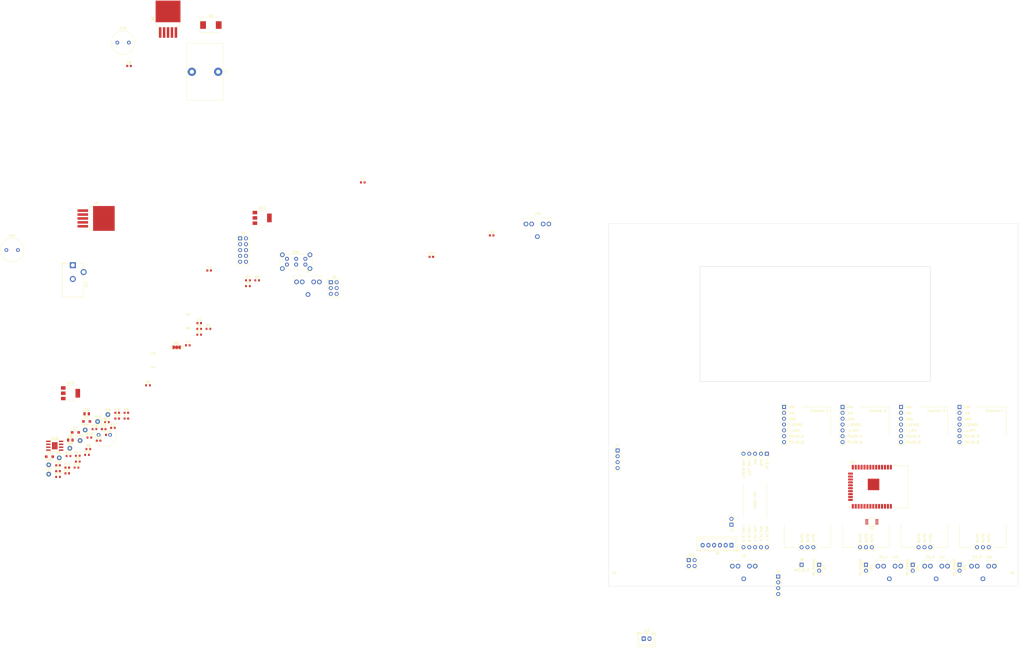
<source format=kicad_pcb>
(kicad_pcb (version 20211014) (generator pcbnew)
  (title_block (title "SW-3240") (date "2022-02-05") (rev "1") (company "saawsm"))
  (layers (0 "F.Cu" signal) (31 "B.Cu" signal) (34 "B.Paste" user) (35 "F.Paste" user) (36 "B.SilkS" user "B.Silkscreen") (37 "F.SilkS" user "F.Silkscreen") (38 "B.Mask" user) (39 "F.Mask" user) (44 "Edge.Cuts" user))
  (net 0 "")
  (net 1 "+3V3")
  (net 2 "GND")
  (net 3 "/EN")
  (net 4 "+12V")
  (net 5 "Net-(C10-Pad1)")
  (net 6 "Net-(C13-Pad1)")
  (net 7 "+5V")
  (net 8 "Net-(C13-Pad2)")
  (net 9 "Net-(C11-Pad2)")
  (net 10 "+9V")
  (net 11 "Net-(C14-Pad1)")
  (net 12 "/+3.3V_FP")
  (net 13 "/PSU/VIN")
  (net 14 "Net-(D6-Pad2)")
  (net 15 "Net-(C16-Pad1)")
  (net 16 "Net-(J3-PadR)")
  (net 17 "Net-(J3-PadT)")
  (net 18 "/TXD")
  (net 19 "/RXD")
  (net 20 "/IO0")
  (net 21 "/MTMS")
  (net 22 "/MTCK")
  (net 23 "/MTDO")
  (net 24 "/MTDI")
  (net 25 "/SCL")
  (net 26 "/SDA")
  (net 27 "/CH_PSU_EN")
  (net 28 "/VBAT_SENSE")
  (net 29 "/PSU/VBAT")
  (net 30 "Net-(J13-PadR)")
  (net 32 "Net-(J13-PadS)")
  (net 33 "Net-(J13-PadT)")
  (net 35 "Net-(J14-PadR)")
  (net 37 "Net-(J14-PadS)")
  (net 38 "Net-(J14-PadT)")
  (net 40 "Net-(J15-PadR)")
  (net 42 "Net-(J15-PadS)")
  (net 43 "Net-(J15-PadT)")
  (net 45 "Net-(JP1-Pad1)")
  (net 46 "Net-(JP1-Pad3)")
  (net 47 "Net-(JP2-Pad1)")
  (net 48 "Net-(JP3-Pad1)")
  (net 49 "Net-(JP4-Pad1)")
  (net 50 "Net-(JP5-Pad1)")
  (net 51 "/DAC_SCL")
  (net 52 "/DAC_SDA")
  (net 53 "Net-(D4-Pad1)")
  (net 54 "Net-(R9-Pad1)")
  (net 55 "Net-(R10-Pad2)")
  (net 56 "Net-(D5-Pad2)")
  (net 57 "/MIC")
  (net 58 "/LINE_LEFT")
  (net 59 "/LINE_RIGHT")
  (net 61 "/CHA_I_LIMIT")
  (net 62 "/CHB_I_LIMIT")
  (net 63 "/CHC_I_LIMIT")
  (net 64 "/CHD_I_LIMIT")
  (net 65 "/CHD_I_SENSE")
  (net 66 "/CHC_I_SENSE")
  (net 67 "/CHB_I_SENSE")
  (net 68 "/CHA_I_SENSE")
  (net 69 "/CHC_PULSE_B")
  (net 76 "/CHA_PULSE_B")
  (net 77 "/CHD_PULSE_B")
  (net 78 "/CHA_PULSE_A")
  (net 79 "/CHD_PULSE_A")
  (net 80 "/CHB_PULSE_B")
  (net 81 "/CHB_PULSE_A")
  (net 83 "/CHC_PULSE_A")
  (net 84 "Net-(D2-Pad1)")
  (net 85 "Net-(J1-Pad1)")
  (net 86 "Net-(J1-Pad2)")
  (net 87 "Net-(J2-Pad1)")
  (net 88 "Net-(J2-Pad2)")
  (net 89 "Net-(J2-Pad4)")
  (net 91 "Net-(J4-PadR)")
  (net 92 "Net-(J4-PadT)")
  (net 97 "Net-(J16-PadR)")
  (net 99 "Net-(J16-PadS)")
  (net 100 "Net-(J16-PadT)")
  (net 102 "Net-(R3-Pad2)")
  (net 103 "Net-(R12-Pad2)")
  (footprint "Package_TO_SOT_SMD:TO-263-5_TabPin3" (layer "F.Cu") (at -120.97 40.875)
    (fp_text reference "U9" (at 0 -6.65) (layer "F.SilkS"))
    (fp_text value "LM2941")
    (pad "1" smd rect (at -5.775 -3.4) (size 4.6 1.1) (layers "F.Cu" "F.Paste" "F.Mask") (net 55 "Net-(R10-Pad2)"))
    (pad "2" smd rect (at -5.775 -1.7) (size 4.6 1.1) (layers "F.Cu" "F.Paste" "F.Mask") (net 2 "GND"))
    (pad "3" smd rect (at -5.775 0) (size 4.6 1.1) (layers "F.Cu" "F.Paste" "F.Mask") (net 2 "GND"))
    (pad "3" smd rect (at 3.375 0) (size 9.4 10.8) (layers "F.Cu" "F.Mask") (net 2 "GND"))
    (pad "4" smd rect (at -5.775 1.7) (size 4.6 1.1) (layers "F.Cu" "F.Paste" "F.Mask") (net 5 "Net-(C10-Pad1)"))
    (pad "5" smd rect (at -5.775 3.4) (size 4.6 1.1) (layers "F.Cu" "F.Paste" "F.Mask") (net 11 "Net-(C14-Pad1)"))
  )
  (footprint "Package_SO:TI_SO-PowerPAD-8" (layer "F.Cu") (at -138.93 139.66)
    (fp_text reference "U10" (at 0 -3.3) (layer "F.SilkS"))
    (fp_text value "LMR14050")
    (pad "1" smd rect (at -2.78 -1.905) (size 1.91 0.61) (layers "F.Cu" "F.Paste" "F.Mask") (net 6 "Net-(C13-Pad1)"))
    (pad "2" smd rect (at -2.78 -0.635) (size 1.91 0.61) (layers "F.Cu" "F.Paste" "F.Mask") (net 4 "+12V"))
    (pad "3" smd rect (at -2.78 0.635) (size 1.91 0.61) (layers "F.Cu" "F.Paste" "F.Mask") (net 27 "/CH_PSU_EN"))
    (pad "4" smd rect (at -2.78 1.905) (size 1.91 0.61) (layers "F.Cu" "F.Paste" "F.Mask") (net 54 "Net-(R9-Pad1)"))
    (pad "5" smd rect (at 2.78 1.905) (size 1.91 0.61) (layers "F.Cu" "F.Paste" "F.Mask") (net 103 "Net-(R12-Pad2)"))
    (pad "6" smd rect (at 2.78 0.635) (size 1.91 0.61) (layers "F.Cu" "F.Paste" "F.Mask") (net 9 "Net-(C11-Pad2)"))
    (pad "7" smd rect (at 2.78 -0.635) (size 1.91 0.61) (layers "F.Cu" "F.Paste" "F.Mask") (net 2 "GND"))
    (pad "8" smd rect (at 2.78 -1.905) (size 1.91 0.61) (layers "F.Cu" "F.Paste" "F.Mask") (net 8 "Net-(C13-Pad2)"))
    (pad "9" smd rect (at -0.6025 -0.775) (size 1.205 1.55) (layers "F.Cu" "F.Paste" "F.Mask") (net 2 "GND"))
    (pad "9" smd rect (at 0.6025 0.775) (size 1.205 1.55) (layers "F.Cu" "F.Paste" "F.Mask") (net 2 "GND"))
    (pad "9" smd rect (at 0.6025 -0.775) (size 1.205 1.55) (layers "F.Cu" "F.Paste" "F.Mask") (net 2 "GND"))
    (pad "9" smd rect (at -0.6025 0.775) (size 1.205 1.55) (layers "F.Cu" "F.Paste" "F.Mask") (net 2 "GND"))
  )
  (footprint "Resistor_SMD:R_0603_1608Metric" (layer "F.Cu") (at -72.19 88.87)
    (fp_text reference "R1" (at 0 -1.43) (layer "F.SilkS"))
    (fp_text value "2.7K")
    (pad "1" smd roundrect (at -0.825 0) (size 0.8 0.95) (layers "F.Cu" "F.Paste" "F.Mask") (net 1 "+3V3"))
    (pad "2" smd roundrect (at 0.825 0) (size 0.8 0.95) (layers "F.Cu" "F.Paste" "F.Mask") (net 51 "/DAC_SCL"))
  )
  (footprint "Connector_PinHeader_2.54mm:PinHeader_2x01_P2.54mm_Vertical" (layer "F.Cu") (at 213.36 191.405 -90)
    (fp_text reference "JP3" (at 1.27 -2.33 90) (layer "F.SilkS"))
    (fp_text value "TRI_PHASE" (at 1.27 2.33 -90) (layer "F.SilkS"))
    (pad "1" thru_hole rect (at 0 0 270) (size 1.7 1.7) (drill 1) (layers *.Cu *.Mask) (net 48 "Net-(JP3-Pad1)"))
    (pad "2" thru_hole oval (at 2.54 0 270) (size 1.7 1.7) (drill 1) (layers *.Cu *.Mask) (net 35 "Net-(J14-PadR)"))
  )
  (footprint "SaawLib:SW-32MO_Socket" (layer "F.Cu") (at 187.96 153.305 -90)
    (fp_text reference "U4" hide)
    (fp_text value "Channel 1" (at -28.845 -5.08 unlocked) (layer "F.SilkS"))
    (fp_text user "I_LIMIT" (at -20.239434 5.572988 unlocked) (layer "F.SilkS"))
    (fp_text user "OUTM" (at 26.480566 -0.007012 -90 unlocked) (layer "F.SilkS"))
    (fp_text user "+9V" (at -30.405819 6.872084 unlocked) (layer "F.SilkS"))
    (fp_text user "GND" (at -25.239434 6.572988 unlocked) (layer "F.SilkS"))
    (fp_text user "OUTA" (at 26.480566 -2.507012 -90 unlocked) (layer "F.SilkS"))
    (fp_text user "I_SENSE" (at -22.739434 5.072988 unlocked) (layer "F.SilkS"))
    (fp_text user "PULSE_B" (at -15.195278 4.876722 unlocked) (layer "F.SilkS"))
    (fp_text user "PULSE_A" (at -17.779434 4.876722 unlocked) (layer "F.SilkS"))
    (fp_text user "VIN" (at -27.756241 6.806662 unlocked) (layer "F.SilkS"))
    (fp_text user "OUTB" (at 26.480566 2.492988 -90 unlocked) (layer "F.SilkS"))
    (pad "1" thru_hole rect (at -30.48 10.16) (size 1.7 1.7) (drill 1) (layers *.Cu *.Mask) (net 10 "+9V"))
    (pad "2" thru_hole oval (at -27.94 10.16) (size 1.7 1.7) (drill 1) (layers *.Cu *.Mask) (net 1 "+3V3"))
    (pad "3" thru_hole oval (at -25.4 10.16) (size 1.7 1.7) (drill 1) (layers *.Cu *.Mask) (net 2 "GND"))
    (pad "4" thru_hole oval (at -22.86 10.16) (size 1.7 1.7) (drill 1) (layers *.Cu *.Mask) (net 68 "/CHA_I_SENSE"))
    (pad "5" thru_hole oval (at -20.32 10.16) (size 1.7 1.7) (drill 1) (layers *.Cu *.Mask) (net 61 "/CHA_I_LIMIT"))
    (pad "6" thru_hole oval (at -17.78 10.16) (size 1.7 1.7) (drill 1) (layers *.Cu *.Mask) (net 78 "/CHA_PULSE_A"))
    (pad "7" thru_hole oval (at -15.24 10.16) (size 1.7 1.7) (drill 1) (layers *.Cu *.Mask) (net 76 "/CHA_PULSE_B"))
    (pad "8" thru_hole circle (at 30.48 -2.54 270) (size 1.7 1.7) (drill 1) (layers *.Cu *.Mask) (net 32 "Net-(J13-PadS)"))
    (pad "9" thru_hole oval (at 30.48 0 270) (size 1.7 1.7) (drill 1) (layers *.Cu *.Mask) (net 47 "Net-(JP2-Pad1)"))
    (pad "10" thru_hole oval (at 30.48 2.54 270) (size 1.7 1.7) (drill 1) (layers *.Cu *.Mask) (net 33 "Net-(J13-PadT)"))
  )
  (footprint "Capacitor_SMD:C_0603_1608Metric" (layer "F.Cu") (at -107.83 125.34)
    (fp_text reference "C6" (at 0 -1.43) (layer "F.SilkS"))
    (fp_text value "100nF")
    (pad "1" smd roundrect (at -0.775 0) (size 0.9 0.95) (layers "F.Cu" "F.Paste" "F.Mask") (net 1 "+3V3"))
    (pad "2" smd roundrect (at 0.775 0) (size 0.9 0.95) (layers "F.Cu" "F.Paste" "F.Mask") (net 2 "GND"))
  )
  (footprint "Package_SO:MSOP-10_3x3mm_P0.5mm" (layer "F.Cu") (at 215.9 172.72 180)
    (fp_text reference "U2" (at 0 -2.6) (layer "F.SilkS"))
    (fp_text value "MCP4728")
    (pad "1" smd rect (at -2.2 -1 180) (size 1.4 0.3) (layers "F.Cu" "F.Paste" "F.Mask") (net 1 "+3V3"))
    (pad "2" smd rect (at -2.2 -0.5 180) (size 1.4 0.3) (layers "F.Cu" "F.Paste" "F.Mask") (net 51 "/DAC_SCL"))
    (pad "3" smd rect (at -2.2 0 180) (size 1.4 0.3) (layers "F.Cu" "F.Paste" "F.Mask") (net 52 "/DAC_SDA"))
    (pad "4" smd rect (at -2.2 0.5 180) (size 1.4 0.3) (layers "F.Cu" "F.Paste" "F.Mask") (net 102 "Net-(R3-Pad2)"))
    (pad "5" smd rect (at -2.2 1 180) (size 1.4 0.3) (layers "F.Cu" "F.Paste" "F.Mask"))
    (pad "6" smd rect (at 2.2 1 180) (size 1.4 0.3) (layers "F.Cu" "F.Paste" "F.Mask") (net 61 "/CHA_I_LIMIT"))
    (pad "7" smd rect (at 2.2 0.5 180) (size 1.4 0.3) (layers "F.Cu" "F.Paste" "F.Mask") (net 62 "/CHB_I_LIMIT"))
    (pad "8" smd rect (at 2.2 0 180) (size 1.4 0.3) (layers "F.Cu" "F.Paste" "F.Mask") (net 63 "/CHC_I_LIMIT"))
    (pad "9" smd rect (at 2.2 -0.5 180) (size 1.4 0.3) (layers "F.Cu" "F.Paste" "F.Mask") (net 64 "/CHD_I_LIMIT"))
    (pad "10" smd rect (at 2.2 -1 180) (size 1.4 0.3) (layers "F.Cu" "F.Paste" "F.Mask") (net 2 "GND"))
  )
  (footprint "MountingHole:MountingHole_2.2mm_M2" (layer "F.Cu") (at -96.23 102.88)
    (fp_text reference "H3" (at 0 -3.2) (layer "F.SilkS"))
    (fp_text value "MountingHole")
    (pad "" np_thru_hole circle (at 0 0) (size 2.2 2.2) (drill 2.2) (layers *.Cu *.Mask))
  )
  (footprint "Capacitor_SMD:C_0603_1608Metric" (layer "F.Cu") (at -115.88 134.94)
    (fp_text reference "C19" (at 0 -1.43) (layer "F.SilkS"))
    (fp_text value "10uF")
    (pad "1" smd roundrect (at -0.775 0) (size 0.9 0.95) (layers "F.Cu" "F.Paste" "F.Mask") (net 1 "+3V3"))
    (pad "2" smd roundrect (at 0.775 0) (size 0.9 0.95) (layers "F.Cu" "F.Paste" "F.Mask") (net 2 "GND"))
  )
  (footprint "Capacitor_SMD:C_0603_1608Metric" (layer "F.Cu") (at -113.67 131.9)
    (fp_text reference "C5" (at 0 -1.43) (layer "F.SilkS"))
    (fp_text value "10uF")
    (pad "1" smd roundrect (at -0.775 0) (size 0.9 0.95) (layers "F.Cu" "F.Paste" "F.Mask") (net 1 "+3V3"))
    (pad "2" smd roundrect (at 0.775 0) (size 0.9 0.95) (layers "F.Cu" "F.Paste" "F.Mask") (net 2 "GND"))
  )
  (footprint "SaawLib:BarrelJack_CUI_PJ-102AH_Horizontal" (layer "F.Cu") (at -131.09 61.195)
    (fp_text reference "J11" (at 5.75 8.45 90) (layer "F.SilkS"))
    (fp_text value "PWR")
    (pad "1" thru_hole rect (at 0 0) (size 2.6 2.6) (drill 1.6) (layers *.Cu *.Mask) (net 13 "/PSU/VIN"))
    (pad "2" thru_hole circle (at 0 6) (size 2.6 2.6) (drill 1.6) (layers *.Cu *.Mask) (net 2 "GND"))
    (pad "3" thru_hole circle (at 4.7 3) (size 2.6 2.6) (drill 1.6) (layers *.Cu *.Mask))
  )
  (footprint "TestPoint:TestPoint_THTPad_D2.0mm_Drill1.0mm" (layer "F.Cu") (at -125.72 132.81)
    (fp_text reference "TP5" (at 0 -1.998) (layer "F.SilkS"))
    (fp_text value "13.5V")
    (pad "1" thru_hole circle (at 0 0) (size 2 2) (drill 1) (layers *.Cu *.Mask) (net 15 "Net-(C16-Pad1)"))
  )
  (footprint "Connector_PinHeader_2.54mm:PinHeader_2x01_P2.54mm_Vertical" (layer "F.Cu") (at 193.04 191.405 -90)
    (fp_text reference "JP2" (at 1.27 -2.33 90) (layer "F.SilkS"))
    (fp_text value "TRI_PHASE" (at 1.27 2.33 -90) (layer "F.SilkS"))
    (pad "1" thru_hole rect (at 0 0 270) (size 1.7 1.7) (drill 1) (layers *.Cu *.Mask) (net 47 "Net-(JP2-Pad1)"))
    (pad "2" thru_hole oval (at 2.54 0 270) (size 1.7 1.7) (drill 1) (layers *.Cu *.Mask) (net 30 "Net-(J13-PadR)"))
  )
  (footprint "Capacitor_SMD:C_0603_1608Metric" (layer "F.Cu") (at -106.68 -25.4)
    (fp_text reference "C8" (at 0 -1.43) (layer "F.SilkS"))
    (fp_text value "100uF")
    (pad "1" smd roundrect (at -0.775 0) (size 0.9 0.95) (layers "F.Cu" "F.Paste" "F.Mask") (net 4 "+12V"))
    (pad "2" smd roundrect (at 0.775 0) (size 0.9 0.95) (layers "F.Cu" "F.Paste" "F.Mask") (net 2 "GND"))
  )
  (footprint "Capacitor_SMD:C_0603_1608Metric" (layer "F.Cu") (at -81.15 96.01)
    (fp_text reference "C3" (at 0 -1.43) (layer "F.SilkS"))
    (fp_text value "100uF")
    (pad "1" smd roundrect (at -0.775 0) (size 0.9 0.95) (layers "F.Cu" "F.Paste" "F.Mask") (net 1 "+3V3"))
    (pad "2" smd roundrect (at 0.775 0) (size 0.9 0.95) (layers "F.Cu" "F.Paste" "F.Mask") (net 2 "GND"))
  )
  (footprint "Connector_PinHeader_2.54mm:PinHeader_2x05_P2.54mm_Vertical" (layer "F.Cu") (at -58.42 49.54)
    (fp_text reference "J6" (at 1.27 -2.33) (layer "F.SilkS"))
    (fp_text value "JTAG")
    (pad "1" thru_hole rect (at 0 0) (size 1.7 1.7) (drill 1) (layers *.Cu *.Mask) (net 1 "+3V3"))
    (pad "2" thru_hole oval (at 2.54 0) (size 1.7 1.7) (drill 1) (layers *.Cu *.Mask) (net 21 "/MTMS"))
    (pad "3" thru_hole oval (at 0 2.54) (size 1.7 1.7) (drill 1) (layers *.Cu *.Mask) (net 2 "GND"))
    (pad "4" thru_hole oval (at 2.54 2.54) (size 1.7 1.7) (drill 1) (layers *.Cu *.Mask) (net 22 "/MTCK"))
    (pad "5" thru_hole oval (at 0 5.08) (size 1.7 1.7) (drill 1) (layers *.Cu *.Mask))
    (pad "6" thru_hole oval (at 2.54 5.08) (size 1.7 1.7) (drill 1) (layers *.Cu *.Mask) (net 23 "/MTDO"))
    (pad "7" thru_hole oval (at 0 7.62) (size 1.7 1.7) (drill 1) (layers *.Cu *.Mask))
    (pad "8" thru_hole oval (at 2.54 7.62) (size 1.7 1.7) (drill 1) (layers *.Cu *.Mask) (net 24 "/MTDI"))
    (pad "9" thru_hole oval (at 0 10.16) (size 1.7 1.7) (drill 1) (layers *.Cu *.Mask))
    (pad "10" thru_hole oval (at 2.54 10.16) (size 1.7 1.7) (drill 1) (layers *.Cu *.Mask))
  )
  (footprint "Capacitor_SMD:C_0603_1608Metric" (layer "F.Cu") (at -119.89 137.45)
    (fp_text reference "C20" (at 0 -1.43) (layer "F.SilkS"))
    (fp_text value "10uF")
    (pad "1" smd roundrect (at -0.775 0) (size 0.9 0.95) (layers "F.Cu" "F.Paste" "F.Mask") (net 12 "/+3.3V_FP"))
    (pad "2" smd roundrect (at 0.775 0) (size 0.9 0.95) (layers "F.Cu" "F.Paste" "F.Mask") (net 2 "GND"))
  )
  (footprint "Connector_JST:JST_XH_B6B-XH-A_1x06_P2.50mm_Vertical" (layer "F.Cu") (at 154.94 182.88 180)
    (fp_text reference "J9" (at 6.25 -3.55 180) (layer "F.SilkS"))
    (fp_text value "FP_IO")
    (pad "1" thru_hole roundrect (at 0 0 180) (size 1.7 1.95) (drill 0.95) (layers *.Cu *.Mask) (roundrect_rratio 0.147059) (net 2 "GND"))
    (pad "2" thru_hole oval (at 2.5 0 180) (size 1.7 1.95) (drill 0.95) (layers *.Cu *.Mask) (net 12 "/+3.3V_FP"))
    (pad "3" thru_hole oval (at 5 0 180) (size 1.7 1.95) (drill 0.95) (layers *.Cu *.Mask) (net 25 "/SCL"))
    (pad "4" thru_hole oval (at 7.5 0 180) (size 1.7 1.95) (drill 0.95) (layers *.Cu *.Mask) (net 26 "/SDA"))
    (pad "5" thru_hole oval (at 10 0 180) (size 1.7 1.95) (drill 0.95) (layers *.Cu *.Mask) (net 27 "/CH_PSU_EN"))
    (pad "6" thru_hole oval (at 12.5 0 180) (size 1.7 1.95) (drill 0.95) (layers *.Cu *.Mask) (net 28 "/VBAT_SENSE"))
  )
  (footprint "Resistor_SMD:R_0603_1608Metric" (layer "F.Cu") (at -124.93 143.62)
    (fp_text reference "R10" (at 0 -1.43) (layer "F.SilkS"))
    (fp_text value "10K")
    (pad "1" smd roundrect (at -0.825 0) (size 0.8 0.95) (layers "F.Cu" "F.Paste" "F.Mask") (net 11 "Net-(C14-Pad1)"))
    (pad "2" smd roundrect (at 0.825 0) (size 0.8 0.95) (layers "F.Cu" "F.Paste" "F.Mask") (net 55 "Net-(R10-Pad2)"))
  )
  (footprint "TestPoint:TestPoint_THTPad_D2.0mm_Drill1.0mm" (layer "F.Cu") (at -120.32 129.15)
    (fp_text reference "TP3" (at 0 -1.998) (layer "F.SilkS"))
    (fp_text value "14V")
    (pad "1" thru_hole circle (at 0 0) (size 2 2) (drill 1) (layers *.Cu *.Mask) (net 11 "Net-(C14-Pad1)"))
  )
  (footprint "TestPoint:TestPoint_THTPad_D2.0mm_Drill1.0mm" (layer "F.Cu") (at -132.38 140.75)
    (fp_text reference "TP8" (at 0 -1.998) (layer "F.SilkS"))
    (fp_text value "3.3V_ALT")
    (pad "1" thru_hole circle (at 0 0) (size 2 2) (drill 1) (layers *.Cu *.Mask) (net 12 "/+3.3V_FP"))
  )
  (footprint "Capacitor_SMD:C_0603_1608Metric" (layer "F.Cu") (at -76.2 86.36)
    (fp_text reference "C1" (at 0 -1.43) (layer "F.SilkS"))
    (fp_text value "10uF")
    (pad "1" smd roundrect (at -0.775 0) (size 0.9 0.95) (layers "F.Cu" "F.Paste" "F.Mask") (net 1 "+3V3"))
    (pad "2" smd roundrect (at 0.775 0) (size 0.9 0.95) (layers "F.Cu" "F.Paste" "F.Mask") (net 2 "GND"))
  )
  (footprint "TestPoint:TestPoint_THTPad_D2.0mm_Drill1.0mm" (layer "F.Cu") (at -141.54 147.95)
    (fp_text reference "TP4" (at 0 -1.998) (layer "F.SilkS"))
    (fp_text value "9V")
    (pad "1" thru_hole circle (at 0 0) (size 2 2) (drill 1) (layers *.Cu *.Mask) (net 10 "+9V"))
  )
  (footprint "Resistor_SMD:R_0603_1608Metric" (layer "F.Cu") (at -128.94 146.54)
    (fp_text reference "R9" (at 0 -1.43) (layer "F.SilkS"))
    (fp_text value "84.5K")
    (pad "1" smd roundrect (at -0.825 0) (size 0.8 0.95) (layers "F.Cu" "F.Paste" "F.Mask") (net 54 "Net-(R9-Pad1)"))
    (pad "2" smd roundrect (at 0.825 0) (size 0.8 0.95) (layers "F.Cu" "F.Paste" "F.Mask") (net 2 "GND"))
  )
  (footprint "Capacitor_SMD:C_0603_1608Metric" (layer "F.Cu") (at -111.84 127.85)
    (fp_text reference "C18" (at 0 -1.43) (layer "F.SilkS"))
    (fp_text value "10uF")
    (pad "1" smd roundrect (at -0.775 0) (size 0.9 0.95) (layers "F.Cu" "F.Paste" "F.Mask") (net 7 "+5V"))
    (pad "2" smd roundrect (at 0.775 0) (size 0.9 0.95) (layers "F.Cu" "F.Paste" "F.Mask") (net 2 "GND"))
  )
  (footprint "Capacitor_SMD:C_0603_1608Metric" (layer "F.Cu") (at 24.61 57.57)
    (fp_text reference "C22" (at 0 -1.43) (layer "F.SilkS"))
    (fp_text value "100nF")
    (pad "1" smd roundrect (at -0.775 0) (size 0.9 0.95) (layers "F.Cu" "F.Paste" "F.Mask") (net 12 "/+3.3V_FP"))
    (pad "2" smd roundrect (at 0.775 0) (size 0.9 0.95) (layers "F.Cu" "F.Paste" "F.Mask") (net 2 "GND"))
  )
  (footprint "Package_TO_SOT_SMD:SOT-223-3_TabPin2" (layer "F.Cu") (at -132.08 116.84)
    (fp_text reference "U12" (at 0 -4.5) (layer "F.SilkS"))
    (fp_text value "NCP1117-3.3")
    (pad "1" smd rect (at -3.15 -2.3) (size 2 1.5) (layers "F.Cu" "F.Paste" "F.Mask") (net 2 "GND"))
    (pad "2" smd rect (at 3.15 0) (size 2 3.8) (layers "F.Cu" "F.Paste" "F.Mask") (net 12 "/+3.3V_FP"))
    (pad "2" smd rect (at -3.15 0) (size 2 1.5) (layers "F.Cu" "F.Paste" "F.Mask") (net 12 "/+3.3V_FP"))
    (pad "3" smd rect (at -3.15 2.3) (size 2 1.5) (layers "F.Cu" "F.Paste" "F.Mask") (net 7 "+5V"))
  )
  (footprint "Resistor_SMD:R_0603_1608Metric" (layer "F.Cu") (at -137.51 153.21)
    (fp_text reference "R13" (at 0 -1.43) (layer "F.SilkS"))
    (fp_text value "9K")
    (pad "1" smd roundrect (at -0.825 0) (size 0.8 0.95) (layers "F.Cu" "F.Paste" "F.Mask") (net 103 "Net-(R12-Pad2)"))
    (pad "2" smd roundrect (at 0.825 0) (size 0.8 0.95) (layers "F.Cu" "F.Paste" "F.Mask") (net 2 "GND"))
  )
  (footprint "Connector_PinHeader_2.54mm:PinHeader_2x01_P2.54mm_Vertical" (layer "F.Cu") (at 233.68 191.405 -90)
    (fp_text reference "JP4" (at 1.27 -2.33 90) (layer "F.SilkS"))
    (fp_text value "TRI_PHASE" (at 1.27 2.33 90) (layer "F.SilkS"))
    (pad "1" thru_hole rect (at 0 0 270) (size 1.7 1.7) (drill 1) (layers *.Cu *.Mask) (net 49 "Net-(JP4-Pad1)"))
    (pad "2" thru_hole oval (at 2.54 0 270) (size 1.7 1.7) (drill 1) (layers *.Cu *.Mask) (net 40 "Net-(J15-PadR)"))
  )
  (footprint "TestPoint:TestPoint_THTPad_D2.0mm_Drill1.0mm" (layer "F.Cu") (at -115.87 126.11)
    (fp_text reference "TP6" (at 0 -1.998) (layer "F.SilkS"))
    (fp_text value "12V")
    (pad "1" thru_hole circle (at 0 0) (size 2 2) (drill 1) (layers *.Cu *.Mask) (net 4 "+12V"))
  )
  (footprint "Diode_SMD:D_SOD-123F" (layer "F.Cu") (at -129.95 133.855)
    (fp_text reference "D7" (at -0.127 -1.905) (layer "F.SilkS"))
    (fp_text value "1N4004")
    (pad "1" smd rect (at -1.4 0) (size 1.1 1.1) (layers "F.Cu" "F.Paste" "F.Mask") (net 15 "Net-(C16-Pad1)"))
    (pad "2" smd rect (at 1.4 0) (size 1.1 1.1) (layers "F.Cu" "F.Paste" "F.Mask") (net 2 "GND"))
  )
  (footprint "Resistor_SMD:R_0603_1608Metric" (layer "F.Cu") (at -132.95 144.14)
    (fp_text reference "R11" (at 0 -1.43) (layer "F.SilkS"))
    (fp_text value "1K")
    (pad "1" smd roundrect (at -0.825 0) (size 0.8 0.95) (layers "F.Cu" "F.Paste" "F.Mask") (net 55 "Net-(R10-Pad2)"))
    (pad "2" smd roundrect (at 0.825 0) (size 0.8 0.95) (layers "F.Cu" "F.Paste" "F.Mask") (net 2 "GND"))
  )
  (footprint "MountingHole:MountingHole_2.2mm_M2" (layer "F.Cu") (at -81.18 91.78)
    (fp_text reference "H6" (at 0 -3.2) (layer "F.SilkS"))
    (fp_text value "MountingHole")
    (pad "" np_thru_hole circle (at 0 0) (size 2.2 2.2) (drill 2.2) (layers *.Cu *.Mask))
  )
  (footprint "LED_SMD:LED_0805_2012Metric" (layer "F.Cu") (at -125.065 125.76)
    (fp_text reference "D5" (at 0 -1.65) (layer "F.SilkS"))
    (fp_text value "RED")
    (pad "1" smd roundrect (at -0.9375 0) (size 0.975 1.4) (layers "F.Cu" "F.Paste" "F.Mask") (net 2 "GND"))
    (pad "2" smd roundrect (at 0.9375 0) (size 0.975 1.4) (layers "F.Cu" "F.Paste" "F.Mask") (net 56 "Net-(D5-Pad2)"))
  )
  (footprint "Capacitor_SMD:C_0603_1608Metric" (layer "F.Cu") (at 50.8 48.26)
    (fp_text reference "C21" (at 0 -1.43) (layer "F.SilkS"))
    (fp_text value "100nF")
    (pad "1" smd roundrect (at -0.775 0) (size 0.9 0.95) (layers "F.Cu" "F.Paste" "F.Mask") (net 1 "+3V3"))
    (pad "2" smd roundrect (at 0.775 0) (size 0.9 0.95) (layers "F.Cu" "F.Paste" "F.Mask") (net 2 "GND"))
  )
  (footprint "Capacitor_THT:C_Radial_D10.0mm_H20.0mm_P5.00mm" (layer "F.Cu") (at -119.89 134.94)
    (fp_text reference "C16" (at 2.5 -6.25) (layer "F.SilkS"))
    (fp_text value "1000uF")
    (pad "1" thru_hole circle (at 0 0) (size 1.6 1.6) (drill 0.8) (layers *.Cu *.Mask) (net 15 "Net-(C16-Pad1)"))
    (pad "2" thru_hole circle (at 5 0) (size 1.6 1.6) (drill 0.8) (layers *.Cu *.Mask) (net 2 "GND"))
  )
  (footprint "SaawLib:STX-3100-5N" (layer "F.Cu") (at 70.67 47.78)
    (fp_text reference "J16" (at 0 -9 unlocked) (layer "F.SilkS"))
    (fp_text value "CH_4")
    (pad "R" thru_hole circle (at -4.95 -4.5) (size 2 2) (drill 1.2) (layers *.Cu *.Mask) (net 97 "Net-(J16-PadR)"))
    (pad "RN" thru_hole circle (at 2.49 -4.5) (size 2 2) (drill 1.2) (layers *.Cu *.Mask))
    (pad "S" thru_hole circle (at 0 1) (size 2 2) (drill 1.2) (layers *.Cu *.Mask) (net 99 "Net-(J16-PadS)"))
    (pad "T" thru_hole circle (at 4.95 -4.5) (size 2 2) (drill 1.2) (layers *.Cu *.Mask) (net 100 "Net-(J16-PadT)"))
    (pad "TN" thru_hole circle (at -2.49 -4.5) (size 2 2) (drill 1.2) (layers *.Cu *.Mask))
  )
  (footprint "Capacitor_SMD:C_0603_1608Metric" (layer "F.Cu") (at -133.5 151.67)
    (fp_text reference "C13" (at 0 -1.43) (layer "F.SilkS"))
    (fp_text value "100nF")
    (pad "1" smd roundrect (at -0.775 0) (size 0.9 0.95) (layers "F.Cu" "F.Paste" "F.Mask") (net 6 "Net-(C13-Pad1)"))
    (pad "2" smd roundrect (at 0.775 0) (size 0.9 0.95) (layers "F.Cu" "F.Paste" "F.Mask") (net 8 "Net-(C13-Pad2)"))
  )
  (footprint "Diode_SMD:D_SOD-123F" (layer "F.Cu") (at -125.065 129.11)
    (fp_text reference "D1" (at -0.127 -1.905) (layer "F.SilkS"))
    (fp_text value "1N4004")
    (pad "1" smd rect (at -1.4 0) (size 1.1 1.1) (layers "F.Cu" "F.Paste" "F.Mask") (net 5 "Net-(C10-Pad1)"))
    (pad "2" smd rect (at 1.4 0) (size 1.1 1.1) (layers "F.Cu" "F.Paste" "F.Mask") (net 13 "/PSU/VIN"))
  )
  (footprint "SaawLib:STX-3100-5N" (layer "F.Cu") (at 243.84 196.485)
    (fp_text reference "J14" (at 2.54 -8.525 unlocked) (layer "F.SilkS"))
    (fp_text value "CH_2" (at -2.54 -8.525 unlocked) (layer "F.SilkS"))
    (pad "R" thru_hole circle (at -4.95 -4.5) (size 2 2) (drill 1.2) (layers *.Cu *.Mask) (net 35 "Net-(J14-PadR)"))
    (pad "RN" thru_hole circle (at 2.49 -4.5) (size 2 2) (drill 1.2) (layers *.Cu *.Mask))
    (pad "S" thru_hole circle (at 0 1) (size 2 2) (drill 1.2) (layers *.Cu *.Mask) (net 37 "Net-(J14-PadS)"))
    (pad "T" thru_hole circle (at 4.95 -4.5) (size 2 2) (drill 1.2) (layers *.Cu *.Mask) (net 38 "Net-(J14-PadT)"))
    (pad "TN" thru_hole circle (at -2.49 -4.5) (size 2 2) (drill 1.2) (layers *.Cu *.Mask))
  )
  (footprint "Capacitor_SMD:C_0603_1608Metric" (layer "F.Cu") (at -107.83 127.85)
    (fp_text reference "C7" (at 0 -1.43) (layer "F.SilkS"))
    (fp_text value "10uF")
    (pad "1" smd roundrect (at -0.775 0) (size 0.9 0.95) (layers "F.Cu" "F.Paste" "F.Mask") (net 4 "+12V"))
    (pad "2" smd roundrect (at 0.775 0) (size 0.9 0.95) (layers "F.Cu" "F.Paste" "F.Mask") (net 2 "GND"))
  )
  (footprint "Connector_PinHeader_2.54mm:PinHeader_1x01_P2.54mm_Vertical" (layer "F.Cu") (at 185.42 191.405)
    (fp_text reference "J8" (at 0 -2.33) (layer "F.SilkS"))
    (fp_text value "MIC_IN_R" (at 0 2.33) (layer "F.SilkS"))
    (pad "1" thru_hole rect (at 0 0) (size 1.7 1.7) (drill 1) (layers *.Cu *.Mask) (net 16 "Net-(J3-PadR)"))
  )
  (footprint "TestPoint:TestPoint_THTPad_D2.0mm_Drill1.0mm" (layer "F.Cu") (at -136.98 144.91)
    (fp_text reference "TP1" (at 0 -1.998) (layer "F.SilkS"))
    (fp_text value "EN")
    (pad "1" thru_hole circle (at 0 0) (size 2 2) (drill 1) (layers *.Cu *.Mask) (net 27 "/CH_PSU_EN"))
  )
  (footprint "Resistor_SMD:R_0603_1608Metric" (layer "F.Cu") (at -76.2 91.38)
    (fp_text reference "R3" (at 0 -1.43) (layer "F.SilkS"))
    (fp_text value "10K")
    (pad "1" smd roundrect (at -0.825 0) (size 0.8 0.95) (layers "F.Cu" "F.Paste" "F.Mask") (net 2 "GND"))
    (pad "2" smd roundrect (at 0.825 0) (size 0.8 0.95) (layers "F.Cu" "F.Paste" "F.Mask") (net 102 "Net-(R3-Pad2)"))
  )
  (footprint "TestPoint:TestPoint_THTPad_D2.0mm_Drill1.0mm" (layer "F.Cu") (at -141.54 152)
    (fp_text reference "TP7" (at 0 -1.998) (layer "F.SilkS"))
    (fp_text value "3.3V")
    (pad "1" thru_hole circle (at 0 0) (size 2 2) (drill 1) (layers *.Cu *.Mask) (net 1 "+3V3"))
  )
  (footprint "Resistor_SMD:R_0603_1608Metric" (layer "F.Cu") (at -76.2 88.87)
    (fp_text reference "R6" (at 0 -1.43) (layer "F.SilkS"))
    (fp_text value "2.7K")
    (pad "1" smd roundrect (at -0.825 0) (size 0.8 0.95) (layers "F.Cu" "F.Paste" "F.Mask") (net 46 "Net-(JP1-Pad3)"))
    (pad "2" smd roundrect (at 0.825 0) (size 0.8 0.95) (layers "F.Cu" "F.Paste" "F.Mask") (net 25 "/SCL"))
  )
  (footprint "Connector_PinHeader_2.54mm:PinHeader_1x02_P2.54mm_Vertical" (layer "F.Cu") (at 154.94 173.98 180)
    (fp_text reference "J1" (at 0 -2.33 180) (layer "F.SilkS"))
    (fp_text value "AUX_MIC_IN")
    (pad "1" thru_hole rect (at 0 0 180) (size 1.7 1.7) (drill 1) (layers *.Cu *.Mask) (net 85 "Net-(J1-Pad1)"))
    (pad "2" thru_hole oval (at 0 2.54 180) (size 1.7 1.7) (drill 1) (layers *.Cu *.Mask) (net 86 "Net-(J1-Pad2)"))
  )
  (footprint "SaawLib:SW-32MA_Socket" (layer "F.Cu") (at 165.23 163.465 -90)
    (fp_text reference "U1" hide)
    (fp_text value "SW-32MA" (at 0 0.13 -90 unlocked) (layer "F.SilkS"))
    (fp_text user "MIC_IN_T" (at 14.391168 -5.123435 -90 unlocked) (layer "F.SilkS"))
    (fp_text user "MIC" (at -16.69244 -0.016899 -90 unlocked) (layer "F.SilkS"))
    (fp_text user "LINE_IN_T" (at 14.391168 -0.043435 -90 unlocked) (layer "F.SilkS"))
    (fp_text user "GND" (at -16.478155 -2.556899 -90 unlocked) (layer "F.SilkS"))
    (fp_text user "MIC_IN_S" (at 14.391168 -2.583435 -90 unlocked) (layer "F.SilkS"))
    (fp_text user "LINE_IN_S" (at 14.391168 5.036565 -90 unlocked) (layer "F.SilkS"))
    (fp_text user "+3.3V" (at -15.763869 -5.096899 -90 unlocked) (layer "F.SilkS"))
    (fp_text user "LINE_LEFT" (at -14.239972 2.492603 -90 unlocked) (layer "F.SilkS"))
    (fp_text user "LINE_RIGHT" (at -13.859107 5.063101 -90 unlocked) (layer "F.SilkS"))
    (fp_text user "LINE_IN_R" (at 14.391168 2.496565 -90 unlocked) (layer "F.SilkS"))
    (pad "1" thru_hole rect (at -20.32 -5.08 270) (size 1.7 1.7) (drill 1) (layers *.Cu *.Mask) (net 1 "+3V3"))
    (pad "2" thru_hole oval (at -20.32 -2.54 270) (size 1.7 1.7) (drill 1) (layers *.Cu *.Mask) (net 2 "GND"))
    (pad "3" thru_hole oval (at -20.32 0 270) (size 1.7 1.7) (drill 1) (layers *.Cu *.Mask) (net 57 "/MIC"))
    (pad "4" thru_hole oval (at -20.32 2.54 270) (size 1.7 1.7) (drill 1) (layers *.Cu *.Mask) (net 58 "/LINE_LEFT"))
    (pad "5" thru_hole oval (at -20.32 5.08 270) (size 1.7 1.7) (drill 1) (layers *.Cu *.Mask) (net 59 "/LINE_RIGHT"))
    (pad "6" thru_hole circle (at 20.32 -5.08 270) (size 1.7 1.7) (drill 1) (layers *.Cu *.Mask) (net 17 "Net-(J3-PadT)"))
    (pad "7" thru_hole oval (at 20.32 -2.54 270) (size 1.7 1.7) (drill 1) (layers *.Cu *.Mask) (net 85 "Net-(J1-Pad1)"))
    (pad "8" thru_hole oval (at 20.32 0 270) (size 1.7 1.7) (drill 1) (layers *.Cu *.Mask) (net 92 "Net-(J4-PadT)"))
    (pad "9" thru_hole oval (at 20.32 2.54 270) (size 1.7 1.7) (drill 1) (layers *.Cu *.Mask) (net 91 "Net-(J4-PadR)"))
    (pad "10" thru_hole oval (at 20.32 5.08 270) (size 1.7 1.7) (drill 1) (layers *.Cu *.Mask) (net 88 "Net-(J2-Pad2)"))
  )
  (footprint "Connector_JST:JST_XH_B2B-XH-A_1x02_P2.50mm_Vertical" (layer "F.Cu") (at 116.84 223.52)
    (fp_text reference "J12" (at 1.25 -3.55) (layer "F.SilkS"))
    (fp_text value "BAT")
    (pad "1" thru_hole roundrect (at 0 0) (size 1.7 2) (drill 1) (layers *.Cu *.Mask) (roundrect_rratio 0.147059) (net 29 "/PSU/VBAT"))
    (pad "2" thru_hole oval (at 2.5 0) (size 1.7 2) (drill 1) (layers *.Cu *.Mask) (net 2 "GND"))
  )
  (footprint "Resistor_SMD:R_0603_1608Metric" (layer "F.Cu") (at -51.02 67.77)
    (fp_text reference "R2" (at 0 -1.43) (layer "F.SilkS"))
    (fp_text value "2.7K")
    (pad "1" smd roundrect (at -0.825 0) (size 0.8 0.95) (layers "F.Cu" "F.Paste" "F.Mask") (net 1 "+3V3"))
    (pad "2" smd roundrect (at 0.825 0) (size 0.8 0.95) (layers "F.Cu" "F.Paste" "F.Mask") (net 52 "/DAC_SDA"))
  )
  (footprint "MountingHole:MountingHole_2.2mm_M2" (layer "F.Cu") (at 104.14 198.12)
    (fp_text reference "H1" (at 0 -3.2) (layer "F.SilkS"))
    (fp_text value "MountingHole")
    (pad "" np_thru_hole circle (at 0 0) (size 2.2 2.2) (drill 2.2) (layers *.Cu *.Mask))
  )
  (footprint "MountingHole:MountingHole_2.2mm_M2" (layer "F.Cu") (at -96.23 108.83)
    (fp_text reference "H4" (at 0 -3.2) (layer "F.SilkS"))
    (fp_text value "MountingHole")
    (pad "" np_thru_hole circle (at 0 0) (size 2.2 2.2) (drill 2.2) (layers *.Cu *.Mask))
  )
  (footprint "Connector_PinHeader_2.54mm:PinHeader_2x02_P2.54mm_Vertical" (layer "F.Cu") (at 136.41 189.38)
    (fp_text reference "J10" (at 1.27 -2.33) (layer "F.SilkS"))
    (fp_text value "RESET/FLASH")
    (pad "1" thru_hole rect (at 0 0) (size 1.7 1.7) (drill 1) (layers *.Cu *.Mask) (net 2 "GND"))
    (pad "2" thru_hole oval (at 2.54 0) (size 1.7 1.7) (drill 1) (layers *.Cu *.Mask) (net 3 "/EN"))
    (pad "3" thru_hole oval (at 0 2.54) (size 1.7 1.7) (drill 1) (layers *.Cu *.Mask) (net 2 "GND"))
    (pad "4" thru_hole oval (at 2.54 2.54) (size 1.7 1.7) (drill 1) (layers *.Cu *.Mask) (net 20 "/IO0"))
  )
  (footprint "Resistor_SMD:R_0603_1608Metric" (layer "F.Cu") (at -55.03 67.77)
    (fp_text reference "R7" (at 0 -1.43) (layer "F.SilkS"))
    (fp_text value "2.7K")
    (pad "1" smd roundrect (at -0.825 0) (size 0.8 0.95) (layers "F.Cu" "F.Paste" "F.Mask") (net 45 "Net-(JP1-Pad1)"))
    (pad "2" smd roundrect (at 0.825 0) (size 0.8 0.95) (layers "F.Cu" "F.Paste" "F.Mask") (net 26 "/SDA"))
  )
  (footprint "SaawLib:STX-3100-5N" (layer "F.Cu") (at 264.16 196.485)
    (fp_text reference "J15" (at 2.54 -8.525 unlocked) (layer "F.SilkS"))
    (fp_text value "CH_3" (at -2.54 -8.525 unlocked) (layer "F.SilkS"))
    (pad "R" thru_hole circle (at -4.95 -4.5) (size 2 2) (drill 1.2) (layers *.Cu *.Mask) (net 40 "Net-(J15-PadR)"))
    (pad "RN" thru_hole circle (at 2.49 -4.5) (size 2 2) (drill 1.2) (layers *.Cu *.Mask))
    (pad "S" thru_hole circle (at 0 1) (size 2 2) (drill 1.2) (layers *.Cu *.Mask) (net 42 "Net-(J15-PadS)"))
    (pad "T" thru_hole circle (at 4.95 -4.5) (size 2 2) (drill 1.2) (layers *.Cu *.Mask) (net 43 "Net-(J15-PadT)"))
    (pad "TN" thru_hole circle (at -2.49 -4.5) (size 2 2) (drill 1.2) (layers *.Cu *.Mask))
  )
  (footprint "Resistor_SMD:R_0603_1608Metric" (layer "F.Cu") (at -55.05 70.28)
    (fp_text reference "R4" (at 0 -1.43) (layer "F.SilkS"))
    (fp_text value "10k")
    (pad "1" smd roundrect (at -0.825 0) (size 0.8 0.95) (layers "F.Cu" "F.Paste" "F.Mask") (net 20 "/IO0"))
    (pad "2" smd roundrect (at 0.825 0) (size 0.8 0.95) (layers "F.Cu" "F.Paste" "F.Mask") (net 1 "+3V3"))
  )
  (footprint "SaawLib:STX-3100-5N" (layer "F.Cu") (at 160.28 196.485)
    (fp_text reference "J3" (at 0 -9 unlocked) (layer "F.SilkS"))
    (fp_text value "MIC")
    (pad "R" thru_hole circle (at -4.95 -4.5) (size 2 2) (drill 1.2) (layers *.Cu *.Mask) (net 16 "Net-(J3-PadR)"))
    (pad "RN" thru_hole circle (at 2.49 -4.5) (size 2 2) (drill 1.2) (layers *.Cu *.Mask))
    (pad "S" thru_hole circle (at 0 1) (size 2 2) (drill 1.2) (layers *.Cu *.Mask) (net 85 "Net-(J1-Pad1)"))
    (pad "T" thru_hole circle (at 4.95 -4.5) (size 2 2) (drill 1.2) (layers *.Cu *.Mask) (net 17 "Net-(J3-PadT)"))
    (pad "TN" thru_hole circle (at -2.49 -4.5) (size 2 2) (drill 1.2) (layers *.Cu *.Mask) (net 86 "Net-(J1-Pad2)"))
  )
  (footprint "SaawLib:SW-32MO_Socket" (layer "F.Cu") (at 238.76 153.305 -90)
    (fp_text reference "U6" hide)
    (fp_text value "Channel 3" (at -28.845 -5.08 unlocked) (layer "F.SilkS"))
    (fp_text user "GND" (at -25.239434 6.572988 unlocked) (layer "F.SilkS"))
    (fp_text user "PULSE_B" (at -15.195278 4.876722 unlocked) (layer "F.SilkS"))
    (fp_text user "I_SENSE" (at -22.739434 5.072988 unlocked) (layer "F.SilkS"))
    (fp_text user "PULSE_A" (at -17.779434 4.876722 unlocked) (layer "F.SilkS"))
    (fp_text user "OUTA" (at 26.480566 -2.507012 -90 unlocked) (layer "F.SilkS"))
    (fp_text user "OUTM" (at 26.480566 -0.007012 -90 unlocked) (layer "F.SilkS"))
    (fp_text user "+9V" (at -30.405819 6.872084 unlocked) (layer "F.SilkS"))
    (fp_text user "OUTB" (at 26.480566 2.492988 -90 unlocked) (layer "F.SilkS"))
    (fp_text user "I_LIMIT" (at -20.239434 5.572988 unlocked) (layer "F.SilkS"))
    (fp_text user "VIN" (at -27.756241 6.806662 unlocked) (layer "F.SilkS"))
    (pad "1" thru_hole rect (at -30.48 10.16) (size 1.7 1.7) (drill 1) (layers *.Cu *.Mask) (net 10 "+9V"))
    (pad "2" thru_hole oval (at -27.94 10.16) (size 1.7 1.7) (drill 1) (layers *.Cu *.Mask) (net 1 "+3V3"))
    (pad "3" thru_hole oval (at -25.4 10.16) (size 1.7 1.7) (drill 1) (layers *.Cu *.Mask) (net 2 "GND"))
    (pad "4" thru_hole oval (at -22.86 10.16) (size 1.7 1.7) (drill 1) (layers *.Cu *.Mask) (net 66 "/CHC_I_SENSE"))
    (pad "5" thru_hole oval (at -20.32 10.16) (size 1.7 1.7) (drill 1) (layers *.Cu *.Mask) (net 63 "/CHC_I_LIMIT"))
    (pad "6" thru_hole oval (at -17.78 10.16) (size 1.7 1.7) (drill 1) (layers *.Cu *.Mask) (net 83 "/CHC_PULSE_A"))
    (pad "7" thru_hole oval (at -15.24 10.16) (size 1.7 1.7) (drill 1) (layers *.Cu *.Mask) (net 69 "/CHC_PULSE_B"))
    (pad "8" thru_hole circle (at 30.48 -2.54 270) (size 1.7 1.7) (drill 1) (layers *.Cu *.Mask) (net 42 "Net-(J15-PadS)"))
    (pad "9" thru_hole oval (at 30.48 0 270) (size 1.7 1.7) (drill 1) (layers *.Cu *.Mask) (net 49 "Net-(JP4-Pad1)"))
    (pad "10" thru_hole oval (at 30.48 2.54 270) (size 1.7 1.7) (drill 1) (layers *.Cu *.Mask) (net 43 "Net-(J15-PadT)"))
  )
  (footprint "SaawLib:SolderJumper-3_P1.3mm_Bridged123_Pad1.0x1.5mm_NumberLabels" (layer "F.Cu") (at -85.98 96.88)
    (fp_text reference "JP1" (at 0 -1.8) (layer "F.SilkS"))
    (fp_text value "SolderJumper_3_Bridged123")
    (fp_text user "3" (at 2.6 0) (layer "F.SilkS"))
    (fp_text user "1" (at -2.6 0) (layer "F.SilkS"))
    (fp_poly (pts (xy 0.353071 -0.3) (xy 0.853071 -0.3) (xy 0.853071 0.3) (xy 0.353071 0.3)) (layer "F.Cu") (width 0) (fill solid))
    (fp_poly (pts (xy -0.9 -0.3) (xy -0.4 -0.3) (xy -0.4 0.3) (xy -0.9 0.3)) (layer "F.Cu") (width 0) (fill solid))
    (pad "1" smd rect (at -1.3 0) (size 1 1.5) (layers "F.Cu" "F.Mask") (net 45 "Net-(JP1-Pad1)"))
    (pad "2" smd rect (at 0 0) (size 1 1.5) (layers "F.Cu" "F.Mask") (net 1 "+3V3"))
    (pad "3" smd rect (at 1.3 0) (size 1 1.5) (layers "F.Cu" "F.Mask") (net 46 "Net-(JP1-Pad3)"))
  )
  (footprint "Resistor_SMD:R_0603_1608Metric" (layer "F.Cu") (at -123.9 136.09)
    (fp_text reference "R15" (at 0 -1.43) (layer "F.SilkS"))
    (fp_text value "470")
    (pad "1" smd roundrect (at -0.825 0) (size 0.8 0.95) (layers "F.Cu" "F.Paste" "F.Mask") (net 14 "Net-(D6-Pad2)"))
    (pad "2" smd roundrect (at 0.825 0) (size 0.8 0.95) (layers "F.Cu" "F.Paste" "F.Mask") (net 1 "+3V3"))
  )
  (footprint "Capacitor_THT:C_Radial_D10.0mm_H20.0mm_P5.00mm" (layer "F.Cu") (at -159.935302 54.62)
    (fp_text reference "C14" (at 2.5 -6.25) (layer "F.SilkS"))
    (fp_text value "1000uF")
    (pad "1" thru_hole circle (at 0 0) (size 1.6 1.6) (drill 0.8) (layers *.Cu *.Mask) (net 11 "Net-(C14-Pad1)"))
    (pad "2" thru_hole circle (at 5 0) (size 1.6 1.6) (drill 0.8) (layers *.Cu *.Mask) (net 2 "GND"))
  )
  (footprint "TestPoint:TestPoint_THTPad_D2.0mm_Drill1.0mm" (layer "F.Cu") (at -127.93 137.4)
    (fp_text reference "TP2" (at 0 -1.998) (layer "F.SilkS"))
    (fp_text value "5V")
    (pad "1" thru_hole circle (at 0 0) (size 2 2) (drill 1) (layers *.Cu *.Mask) (net 7 "+5V"))
  )
  (footprint "Diode_SMD:D_SMC" (layer "F.Cu") (at -71.12 -43.18)
    (fp_text reference "D2" (at 0 -4.1) (layer "F.SilkS"))
    (fp_text value "SS34")
    (pad "1" smd rect (at -3.4 0 90) (size 3.3 2.5) (layers "F.Cu" "F.Paste" "F.Mask") (net 84 "Net-(D2-Pad1)"))
    (pad "2" smd rect (at 3.4 0 90) (size 3.3 2.5) (layers "F.Cu" "F.Paste" "F.Mask") (net 2 "GND"))
  )
  (footprint "SaawLib:STX-3100-5N" (layer "F.Cu") (at -28.97 72.95)
    (fp_text reference "J4" (at 0 -9 unlocked) (layer "F.SilkS"))
    (fp_text value "LINE IN")
    (pad "R" thru_hole circle (at -4.95 -4.5) (size 2 2) (drill 1.2) (layers *.Cu *.Mask) (net 91 "Net-(J4-PadR)"))
    (pad "RN" thru_hole circle (at 2.49 -4.5) (size 2 2) (drill 1.2) (layers *.Cu *.Mask) (net 89 "Net-(J2-Pad4)"))
    (pad "S" thru_hole circle (at 0 1) (size 2 2) (drill 1.2) (layers *.Cu *.Mask) (net 88 "Net-(J2-Pad2)"))
    (pad "T" thru_hole circle (at 4.95 -4.5) (size 2 2) (drill 1.2) (layers *.Cu *.Mask) (net 92 "Net-(J4-PadT)"))
    (pad "TN" thru_hole circle (at -2.49 -4.5) (size 2 2) (drill 1.2) (layers *.Cu *.Mask) (net 87 "Net-(J2-Pad1)"))
  )
  (footprint "Connector_PinHeader_2.54mm:PinHeader_2x03_P2.54mm_Vertical" (layer "F.Cu") (at -19.055 68.585)
    (fp_text reference "J5" (at 1.27 -2.33) (layer "F.SilkS"))
    (fp_text value "ESPFlash")
    (pad "1" thru_hole rect (at 0 0) (size 1.7 1.7) (drill 1) (layers *.Cu *.Mask) (net 3 "/EN"))
    (pad "2" thru_hole oval (at 2.54 0) (size 1.7 1.7) (drill 1) (layers *.Cu *.Mask) (net 1 "+3V3"))
    (pad "3" thru_hole oval (at 0 2.54) (size 1.7 1.7) (drill 1) (layers *.Cu *.Mask) (net 18 "/TXD"))
    (pad "4" thru_hole oval (at 2.54 2.54) (size 1.7 1.7) (drill 1) (layers *.Cu *.Mask) (net 2 "GND"))
    (pad "5" thru_hole oval (at 0 5.08) (size 1.7 1.7) (drill 1) (layers *.Cu *.Mask) (net 19 "/RXD"))
    (pad "6" thru_hole oval (at 2.54 5.08) (size 1.7 1.7) (drill 1) (layers *.Cu *.Mask) (net 20 "/IO0"))
  )
  (footprint "Package_TO_SOT_SMD:TO-263-5_TabPin3" (layer "F.Cu") (at -89.735 -45.72 90)
    (fp_text reference "U8" (at 0 -6.65 90) (layer "F.SilkS"))
    (fp_text value "LM2576-5")
    (pad "1" smd rect (at -5.775 -3.4 90) (size 4.6 1.1) (layers "F.Cu" "F.Paste" "F.Mask") (net 4 "+12V"))
    (pad "2" smd rect (at -5.775 -1.7 90) (size 4.6 1.1) (layers "F.Cu" "F.Paste" "F.Mask") (net 84 "Net-(D2-Pad1)"))
    (pad "3" smd rect (at -5.775 0 90) (size 4.6 1.1) (layers "F.Cu" "F.Paste" "F.Mask") (net 2 "GND"))
    (pad "3" smd rect (at 3.375 0 90) (size 9.4 10.8) (layers "F.Cu" "F.Mask") (net 2 "GND"))
    (pad "4" smd rect (at -5.775 1.7 90) (size 4.6 1.1) (layers "F.Cu" "F.Paste" "F.Mask") (net 7 "+5V"))
    (pad "5" smd rect (at -5.775 3.4 90) (size 4.6 1.1) (layers "F.Cu" "F.Paste" "F.Mask") (net 2 "GND"))
  )
  (footprint "Capacitor_SMD:C_0603_1608Metric" (layer "F.Cu") (at -5.16 25.22)
    (fp_text reference "C4" (at 0 -1.43) (layer "F.SilkS"))
    (fp_text value "1uF")
    (pad "1" smd roundrect (at -0.775 0) (size 0.9 0.95) (layers "F.Cu" "F.Paste" "F.Mask") (net 3 "/EN"))
    (pad "2" smd roundrect (at 0.775 0) (size 0.9 0.95) (layers "F.Cu" "F.Paste" "F.Mask") (net 2 "GND"))
  )
  (footprint "Resistor_SMD:R_0603_1608Metric" (layer "F.Cu") (at -98.44 113.41)
    (fp_text reference "R5" (at 0 -1.43) (layer "F.SilkS"))
    (fp_text value "10k")
    (pad "1" smd roundrect (at -0.825 0) (size 0.8 0.95) (layers "F.Cu" "F.Paste" "F.Mask") (net 3 "/EN"))
    (pad "2" smd roundrect (at 0.825 0) (size 0.8 0.95) (layers "F.Cu" "F.Paste" "F.Mask") (net 1 "+3V3"))
  )
  (footprint "Capacitor_THT:C_Radial_D10.0mm_H20.0mm_P5.00mm" (layer "F.Cu") (at -111.76 -35.56)
    (fp_text reference "C12" (at 2.5 -6.25) (layer "F.SilkS"))
    (fp_text value "1000uF")
    (pad "1" thru_hole circle (at 0 0) (size 1.6 1.6) (drill 0.8) (layers *.Cu *.Mask) (net 7 "+5V"))
    (pad "2" thru_hole circle (at 5 0) (size 1.6 1.6) (drill 0.8) (layers *.Cu *.Mask) (net 2 "GND"))
  )
  (footprint "Connector_PinHeader_2.54mm:PinHeader_1x04_P2.54mm_Vertical" (layer "F.Cu") (at 105.51 141.715)
    (fp_text reference "J7" (at 0 -2.33) (layer "F.SilkS"))
    (fp_text value "I2C")
    (pad "1" thru_hole rect (at 0 0) (size 1.7 1.7) (drill 1) (layers *.Cu *.Mask) (net 2 "GND"))
    (pad "2" thru_hole oval (at 0 2.54) (size 1.7 1.7) (drill 1) (layers *.Cu *.Mask) (net 1 "+3V3"))
    (pad "3" thru_hole oval (at 0 5.08) (size 1.7 1.7) (drill 1) (layers *.Cu *.Mask) (net 25 "/SCL"))
    (pad "4" thru_hole oval (at 0 7.62) (size 1.7 1.7) (drill 1) (layers *.Cu *.Mask) (net 26 "/SDA"))
  )
  (footprint "Diode_SMD:D_SOD-123F" (layer "F.Cu") (at -141.21 144.405)
    (fp_text reference "D4" (at -0.127 -1.905) (layer "F.SilkS"))
    (fp_text value "1N4004")
    (pad "1" smd rect (at -1.4 0) (size 1.1 1.1) (layers "F.Cu" "F.Paste" "F.Mask") (net 53 "Net-(D4-Pad1)"))
    (pad "2" smd rect (at 1.4 0) (size 1.1 1.1) (layers "F.Cu" "F.Paste" "F.Mask") (net 11 "Net-(C14-Pad1)"))
  )
  (footprint "Connector_PinHeader_2.54mm:PinHeader_1x04_P2.54mm_Vertical" (layer "F.Cu") (at 175.26 196.485)
    (fp_text reference "J2" (at 0 -2.33) (layer "F.SilkS"))
    (fp_text value "AUX_LINE_IN")
    (pad "1" thru_hole rect (at 0 0) (size 1.7 1.7) (drill 1) (layers *.Cu *.Mask) (net 87 "Net-(J2-Pad1)"))
    (pad "2" thru_hole oval (at 0 2.54) (size 1.7 1.7) (drill 1) (layers *.Cu *.Mask) (net 88 "Net-(J2-Pad2)"))
    (pad "3" thru_hole oval (at 0 5.08) (size 1.7 1.7) (drill 1) (layers *.Cu *.Mask) (net 88 "Net-(J2-Pad2)"))
    (pad "4" thru_hole oval (at 0 7.62) (size 1.7 1.7) (drill 1) (layers *.Cu *.Mask) (net 89 "Net-(J2-Pad4)"))
  )
  (footprint "Package_TO_SOT_SMD:SOT-223-3_TabPin2" (layer "F.Cu") (at -48.87 40.64)
    (fp_text reference "U11" (at 0 -4.5) (layer "F.SilkS"))
    (fp_text value "NCP1117-3.3")
    (pad "1" smd rect (at -3.15 -2.3) (size 2 1.5) (layers "F.Cu" "F.Paste" "F.Mask") (net 2 "GND"))
    (pad "2" smd rect (at -3.15 0) (size 2 1.5) (layers "F.Cu" "F.Paste" "F.Mask") (net 1 "+3V3"))
    (pad "2" smd rect (at 3.15 0) (size 2 3.8) (layers "F.Cu" "F.Paste" "F.Mask") (net 1 "+3V3"))
    (pad "3" smd rect (at -3.15 2.3) (size 2 1.5) (layers "F.Cu" "F.Paste" "F.Mask") (net 7 "+5V"))
  )
  (footprint "SaawLib:SW-32MO_Socket" (layer "F.Cu") (at 213.36 153.305 -90)
    (fp_text reference "U5" hide)
    (fp_text value "Channel 2" (at -28.845 -5.08 unlocked) (layer "F.SilkS"))
    (fp_text user "PULSE_A" (at -17.779434 4.876722 unlocked) (layer "F.SilkS"))
    (fp_text user "I_SENSE" (at -22.739434 5.072988 unlocked) (layer "F.SilkS"))
    (fp_text user "I_LIMIT" (at -20.239434 5.572988 unlocked) (layer "F.SilkS"))
    (fp_text user "OUTA" (at 26.480566 -2.507012 -90 unlocked) (layer "F.SilkS"))
    (fp_text user "GND" (at -25.239434 6.572988 unlocked) (layer "F.SilkS"))
    (fp_text user "PULSE_B" (at -15.195278 4.876722 unlocked) (layer "F.SilkS"))
    (fp_text user "+9V" (at -30.405819 6.872084 unlocked) (layer "F.SilkS"))
    (fp_text user "VIN" (at -27.756241 6.806662 unlocked) (layer "F.SilkS"))
    (fp_text user "OUTM" (at 26.480566 -0.007012 -90 unlocked) (layer "F.SilkS"))
    (fp_text user "OUTB" (at 26.480566 2.492988 -90 unlocked) (layer "F.SilkS"))
    (pad "1" thru_hole rect (at -30.48 10.16) (size 1.7 1.7) (drill 1) (layers *.Cu *.Mask) (net 10 "+9V"))
    (pad "2" thru_hole oval (at -27.94 10.16) (size 1.7 1.7) (drill 1) (layers *.Cu *.Mask) (net 1 "+3V3"))
    (pad "3" thru_hole oval (at -25.4 10.16) (size 1.7 1.7) (drill 1) (layers *.Cu *.Mask) (net 2 "GND"))
    (pad "4" thru_hole oval (at -22.86 10.16) (size 1.7 1.7) (drill 1) (layers *.Cu *.Mask) (net 67 "/CHB_I_SENSE"))
    (pad "5" thru_hole oval (at -20.32 10.16) (size 1.7 1.7) (drill 1) (layers *.Cu *.Mask) (net 62 "/CHB_I_LIMIT"))
    (pad "6" thru_hole oval (at -17.78 10.16) (size 1.7 1.7) (drill 1) (layers *.Cu *.Mask) (net 81 "/CHB_PULSE_A"))
    (pad "7" thru_hole oval (at -15.24 10.16) (size 1.7 1.7) (drill 1) (layers *.Cu *.Mask) (net 80 "/CHB_PULSE_B"))
    (pad "8" thru_hole circle (at 30.48 -2.54 270) (size 1.7 1.7) (drill 1) (layers *.Cu *.Mask) (net 37 "Net-(J14-PadS)"))
    (pad "9" thru_hole oval (at 30.48 0 270) (size 1.7 1.7) (drill 1) (layers *.Cu *.Mask) (net 48 "Net-(JP3-Pad1)"))
    (pad "10" thru_hole oval (at 30.48 2.54 270) (size 1.7 1.7) (drill 1) (layers *.Cu *.Mask) (net 38 "Net-(J14-PadT)"))
  )
  (footprint "MountingHole:MountingHole_2.2mm_M2" (layer "F.Cu") (at 276.86 198.12)
    (fp_text reference "H5" (at 0 -3.2) (layer "F.SilkS"))
    (fp_text value "MountingHole")
    (pad "" np_thru_hole circle (at 0 0) (size 2.2 2.2) (drill 2.2) (layers *.Cu *.Mask))
  )
  (footprint "Resistor_SMD:R_0603_1608Metric" (layer "F.Cu") (at -128.94 144.03)
    (fp_text reference "R17" (at 0 -1.43) (layer "F.SilkS"))
    (fp_text value "2.7K")
    (pad "1" smd roundrect (at -0.825 0) (size 0.8 0.95) (layers "F.Cu" "F.Paste" "F.Mask") (net 28 "/VBAT_SENSE"))
    (pad "2" smd roundrect (at 0.825 0) (size 0.8 0.95) (layers "F.Cu" "F.Paste" "F.Mask") (net 2 "GND"))
  )
  (footprint "MountingHole:MountingHole_2.2mm_M2" (layer "F.Cu") (at -81.18 85.83)
    (fp_text reference "H2" (at 0 -3.2) (layer "F.SilkS"))
    (fp_text value "MountingHole")
    (pad "" np_thru_hole circle (at 0 0) (size 2.2 2.2) (drill 2.2) (layers *.Cu *.Mask))
  )
  (footprint "Capacitor_SMD:C_0603_1608Metric" (layer "F.Cu") (at -117.68 132.43)
    (fp_text reference "C10" (at 0 -1.43) (layer "F.SilkS"))
    (fp_text value "470nF")
    (pad "1" smd roundrect (at -0.775 0) (size 0.9 0.95) (layers "F.Cu" "F.Paste" "F.Mask") (net 5 "Net-(C10-Pad1)"))
    (pad "2" smd roundrect (at 0.775 0) (size 0.9 0.95) (layers "F.Cu" "F.Paste" "F.Mask") (net 2 "GND"))
  )
  (footprint "Capacitor_SMD:C_0603_1608Metric" (layer "F.Cu") (at -137.51 150.7)
    (fp_text reference "C17" (at 0 -1.43) (layer "F.SilkS"))
    (fp_text value "10uF")
    (pad "1" smd roundrect (at -0.775 0) (size 0.9 0.95) (layers "F.Cu" "F.Paste" "F.Mask") (net 7 "+5V"))
    (pad "2" smd roundrect (at 0.775 0) (size 0.9 0.95) (layers "F.Cu" "F.Paste" "F.Mask") (net 2 "GND"))
  )
  (footprint "Inductor_THT:L_Toroid_Vertical_L24.6mm_W15.5mm_P11.44mm_Pulse_KM-4" (layer "F.Cu") (at -67.945 -22.86 -90)
    (fp_text reference "L1" (at 0 -3.28 90) (layer "F.SilkS"))
    (fp_text value "100uH")
    (pad "1" thru_hole circle (at 0 0 270) (size 3.6 3.6) (drill 1.8) (layers *.Cu *.Mask) (net 84 "Net-(D2-Pad1)"))
    (pad "2" thru_hole circle (at 0 11.44 270) (size 3.6 3.6) (drill 1.8) (layers *.Cu *.Mask) (net 7 "+5V"))
  )
  (footprint "Capacitor_SMD:C_0603_1608Metric" (layer "F.Cu") (at -137.51 148.19)
    (fp_text reference "C15" (at 0 -1.43) (layer "F.SilkS"))
    (fp_text value "10uF")
    (pad "1" smd roundrect (at -0.775 0) (size 0.9 0.95) (layers "F.Cu" "F.Paste" "F.Mask") (net 7 "+5V"))
    (pad "2" smd roundrect (at 0.775 0) (size 0.9 0.95) (layers "F.Cu" "F.Paste" "F.Mask") (net 2 "GND"))
  )
  (footprint "Resistor_SMD:R_0603_1608Metric" (layer "F.Cu") (at -121.69 132.43)
    (fp_text reference "R16" (at 0 -1.43) (layer "F.SilkS"))
    (fp_text value "10K")
    (pad "1" smd roundrect (at -0.825 0) (size 0.8 0.95) (layers "F.Cu" "F.Paste" "F.Mask") (net 4 "+12V"))
    (pad "2" smd roundrect (at 0.825 0) (size 0.8 0.95) (layers "F.Cu" "F.Paste" "F.Mask") (net 28 "/VBAT_SENSE"))
  )
  (footprint "SaawLib:SW-32MO_Socket" (layer "F.Cu") (at 264.16 153.305 -90)
    (fp_text reference "U7" hide)
    (fp_text value "Channel 4" (at -28.845 -5.08 unlocked) (layer "F.SilkS"))
    (fp_text user "VIN" (at -27.756241 6.806662 unlocked) (layer "F.SilkS"))
    (fp_text user "I_SENSE" (at -22.739434 5.072988 unlocked) (layer "F.SilkS"))
    (fp_text user "OUTM" (at 26.480566 -0.007012 -90 unlocked) (layer "F.SilkS"))
    (fp_text user "PULSE_A" (at -17.779434 4.876722 unlocked) (layer "F.SilkS"))
    (fp_text user "GND" (at -25.239434 6.572988 unlocked) (layer "F.SilkS"))
    (fp_text user "OUTA" (at 26.480566 -2.507012 -90 unlocked) (layer "F.SilkS"))
    (fp_text user "PULSE_B" (at -15.195278 4.876722 unlocked) (layer "F.SilkS"))
    (fp_text user "I_LIMIT" (at -20.239434 5.572988 unlocked) (layer "F.SilkS"))
    (fp_text user "OUTB" (at 26.480566 2.492988 -90 unlocked) (layer "F.SilkS"))
    (fp_text user "+9V" (at -30.405819 6.872084 unlocked) (layer "F.SilkS"))
    (pad "1" thru_hole rect (at -30.48 10.16) (size 1.7 1.7) (drill 1) (layers *.Cu *.Mask) (net 10 "+9V"))
    (pad "2" thru_hole oval (at -27.94 10.16) (size 1.7 1.7) (drill 1) (layers *.Cu *.Mask) (net 1 "+3V3"))
    (pad "3" thru_hole oval (at -25.4 10.16) (size 1.7 1.7) (drill 1) (layers *.Cu *.Mask) (net 2 "GND"))
    (pad "4" thru_hole oval (at -22.86 10.16) (size 1.7 1.7) (drill 1) (layers *.Cu *.Mask) (net 65 "/CHD_I_SENSE"))
    (pad "5" thru_hole oval (at -20.32 10.16) (size 1.7 1.7) (drill 1) (layers *.Cu *.Mask) (net 64 "/CHD_I_LIMIT"))
    (pad "6" thru_hole oval (at -17.78 10.16) (size 1.7 1.7) (drill 1) (layers *.Cu *.Mask) (net 79 "/CHD_PULSE_A"))
    (pad "7" thru_hole oval (at -15.24 10.16) (size 1.7 1.7) (drill 1) (layers *.Cu *.Mask) (net 77 "/CHD_PULSE_B"))
    (pad "8" thru_hole circle (at 30.48 -2.54 270) (size 1.7 1.7) (drill 1) (layers *.Cu *.Mask) (net 99 "Net-(J16-PadS)"))
    (pad "9" thru_hole oval (at 30.48 0 270) (size 1.7 1.7) (drill 1) (layers *.Cu *.Mask) (net 50 "Net-(JP5-Pad1)"))
    (pad "10" thru_hole oval (at 30.48 2.54 270) (size 1.7 1.7) (drill 1) (layers *.Cu *.Mask) (net 100 "Net-(J16-PadT)"))
  )
  (footprint "Connector_PinHeader_2.54mm:PinHeader_2x01_P2.54mm_Vertical" (layer "F.Cu") (at 254 191.405 -90)
    (fp_text reference "JP5" (at 1.27 -2.33 90) (layer "F.SilkS"))
    (fp_text value "TRI_PHASE" (at 1.27 2.33 90) (layer "F.SilkS"))
    (pad "1" thru_hole rect (at 0 0 270) (size 1.7 1.7) (drill 1) (layers *.Cu *.Mask) (net 50 "Net-(JP5-Pad1)"))
    (pad "2" thru_hole oval (at 2.54 0 270) (size 1.7 1.7) (drill 1) (layers *.Cu *.Mask) (net 97 "Net-(J16-PadR)"))
  )
  (footprint "SaawLib:STX-3100-5N" (layer "F.Cu") (at 223.52 196.485)
    (fp_text reference "J13" (at 2.54 -8.525 unlocked) (layer "F.SilkS"))
    (fp_text value "CH_1" (at -2.54 -8.525 unlocked) (layer "F.SilkS"))
    (pad "R" thru_hole circle (at -4.95 -4.5) (size 2 2) (drill 1.2) (layers *.Cu *.Mask) (net 30 "Net-(J13-PadR)"))
    (pad "RN" thru_hole circle (at 2.49 -4.5) (size 2 2) (drill 1.2) (layers *.Cu *.Mask))
    (pad "S" thru_hole circle (at 0 1) (size 2 2) (drill 1.2) (layers *.Cu *.Mask) (net 32 "Net-(J13-PadS)"))
    (pad "T" thru_hole circle (at 4.95 -4.5) (size 2 2) (drill 1.2) (layers *.Cu *.Mask) (net 33 "Net-(J13-PadT)"))
    (pad "TN" thru_hole circle (at -2.49 -4.5) (size 2 2) (drill 1.2) (layers *.Cu *.Mask))
  )
  (footprint "Capacitor_SMD:C_0603_1608Metric" (layer "F.Cu") (at -71.895 63.5)
    (fp_text reference "C2" (at 0 -1.43) (layer "F.SilkS"))
    (fp_text value "100nF")
    (pad "1" smd roundrect (at -0.775 0) (size 0.9 0.95) (layers "F.Cu" "F.Paste" "F.Mask") (net 1 "+3V3"))
    (pad "2" smd roundrect (at 0.775 0) (size 0.9 0.95) (layers "F.Cu" "F.Paste" "F.Mask") (net 2 "GND"))
  )
  (footprint "Resistor_SMD:R_0603_1608Metric" (layer "F.Cu") (at -129.49 149.16)
    (fp_text reference "R12" (at 0 -1.43) (layer "F.SilkS"))
    (fp_text value "100K")
    (pad "1" smd roundrect (at -0.825 0) (size 0.8 0.95) (layers "F.Cu" "F.Paste" "F.Mask") (net 10 "+9V"))
    (pad "2" smd roundrect (at 0.825 0) (size 0.8 0.95) (layers "F.Cu" "F.Paste" "F.Mask") (net 103 "Net-(R12-Pad2)"))
  )
  (footprint "RF_Module:ESP32-WROOM-32" (layer "F.Cu") (at 215.9 157.48 -90)
    (fp_text reference "U3" (at -10.61 8.43) (layer "F.SilkS"))
    (fp_text value "ESP32-WROOM-32D")
    (pad "1" smd rect (at -8.5 -8.255 270) (size 2 0.9) (layers "F.Cu" "F.Paste" "F.Mask") (net 2 "GND"))
    (pad "2" smd rect (at -8.5 -6.985 270) (size 2 0.9) (layers "F.Cu" "F.Paste" "F.Mask") (net 1 "+3V3"))
    (pad "3" smd rect (at -8.5 -5.715 270) (size 2 0.9) (layers "F.Cu" "F.Paste" "F.Mask") (net 3 "/EN"))
    (pad "4" smd rect (at -8.5 -4.445 270) (size 2 0.9) (layers "F.Cu" "F.Paste" "F.Mask") (net 65 "/CHD_I_SENSE"))
    (pad "5" smd rect (at -8.5 -3.175 270) (size 2 0.9) (layers "F.Cu" "F.Paste" "F.Mask") (net 66 "/CHC_I_SENSE"))
    (pad "6" smd rect (at -8.5 -1.905 270) (size 2 0.9) (layers "F.Cu" "F.Paste" "F.Mask") (net 67 "/CHB_I_SENSE"))
    (pad "7" smd rect (at -8.5 -0.635 270) (size 2 0.9) (layers "F.Cu" "F.Paste" "F.Mask") (net 68 "/CHA_I_SENSE"))
    (pad "8" smd rect (at -8.5 0.635 270) (size 2 0.9) (layers "F.Cu" "F.Paste" "F.Mask") (net 52 "/DAC_SDA"))
    (pad "9" smd rect (at -8.5 1.905 270) (size 2 0.9) (layers "F.Cu" "F.Paste" "F.Mask") (net 69 "/CHC_PULSE_B"))
    (pad "10" smd rect (at -8.5 3.175 270) (size 2 0.9) (layers "F.Cu" "F.Paste" "F.Mask") (net 59 "/LINE_RIGHT"))
    (pad "11" smd rect (at -8.5 4.445 270) (size 2 0.9) (layers "F.Cu" "F.Paste" "F.Mask") (net 58 "/LINE_LEFT"))
    (pad "12" smd rect (at -8.5 5.715 270) (size 2 0.9) (layers "F.Cu" "F.Paste" "F.Mask") (net 57 "/MIC"))
    (pad "13" smd rect (at -8.5 6.985 270) (size 2 0.9) (layers "F.Cu" "F.Paste" "F.Mask") (net 21 "/MTMS"))
    (pad "14" smd rect (at -8.5 8.255 270) (size 2 0.9) (layers "F.Cu" "F.Paste" "F.Mask") (net 24 "/MTDI"))
    (pad "15" smd rect (at -5.715 9.255) (size 2 0.9) (layers "F.Cu" "F.Paste" "F.Mask") (net 2 "GND"))
    (pad "16" smd rect (at -4.445 9.255) (size 2 0.9) (layers "F.Cu" "F.Paste" "F.Mask") (net 22 "/MTCK"))
    (pad "17" smd rect (at -3.175 9.255) (size 2 0.9) (layers "F.Cu" "F.Paste" "F.Mask"))
    (pad "18" smd rect (at -1.905 9.255) (size 2 0.9) (layers "F.Cu" "F.Paste" "F.Mask"))
    (pad "19" smd rect (at -0.635 9.255) (size 2 0.9) (layers "F.Cu" "F.Paste" "F.Mask"))
    (pad "20" smd rect (at 0.635 9.255) (size 2 0.9) (layers "F.Cu" "F.Paste" "F.Mask"))
    (pad "21" smd rect (at 1.905 9.255) (size 2 0.9) (layers "F.Cu" "F.Paste" "F.Mask"))
    (pad "22" smd rect (at 3.175 9.255) (size 2 0.9) (layers "F.Cu" "F.Paste" "F.Mask"))
    (pad "23" smd rect (at 4.445 9.255) (size 2 0.9) (layers "F.Cu" "F.Paste" "F.Mask") (net 23 "/MTDO"))
    (pad "24" smd rect (at 5.715 9.255) (size 2 0.9) (layers "F.Cu" "F.Paste" "F.Mask") (net 76 "/CHA_PULSE_B"))
    (pad "25" smd rect (at 8.5 8.255 270) (size 2 0.9) (layers "F.Cu" "F.Paste" "F.Mask") (net 20 "/IO0"))
    (pad "26" smd rect (at 8.5 6.985 270) (size 2 0.9) (layers "F.Cu" "F.Paste" "F.Mask") (net 78 "/CHA_PULSE_A"))
    (pad "27" smd rect (at 8.5 5.715 270) (size 2 0.9) (layers "F.Cu" "F.Paste" "F.Mask") (net 77 "/CHD_PULSE_B"))
    (pad "28" smd rect (at 8.5 4.445 270) (size 2 0.9) (layers "F.Cu" "F.Paste" "F.Mask") (net 79 "/CHD_PULSE_A"))
    (pad "29" smd rect (at 8.5 3.175 270) (size 2 0.9) (layers "F.Cu" "F.Paste" "F.Mask") (net 51 "/DAC_SCL"))
    (pad "30" smd rect (at 8.5 1.905 270) (size 2 0.9) (layers "F.Cu" "F.Paste" "F.Mask") (net 80 "/CHB_PULSE_B"))
    (pad "31" smd rect (at 8.5 0.635 270) (size 2 0.9) (layers "F.Cu" "F.Paste" "F.Mask") (net 81 "/CHB_PULSE_A"))
    (pad "32" smd rect (at 8.5 -0.635 270) (size 2 0.9) (layers "F.Cu" "F.Paste" "F.Mask"))
    (pad "33" smd rect (at 8.5 -1.905 270) (size 2 0.9) (layers "F.Cu" "F.Paste" "F.Mask") (net 26 "/SDA"))
    (pad "34" smd rect (at 8.5 -3.175 270) (size 2 0.9) (layers "F.Cu" "F.Paste" "F.Mask") (net 19 "/RXD"))
    (pad "35" smd rect (at 8.5 -4.445 270) (size 2 0.9) (layers "F.Cu" "F.Paste" "F.Mask") (net 18 "/TXD"))
    (pad "36" smd rect (at 8.5 -5.715 270) (size 2 0.9) (layers "F.Cu" "F.Paste" "F.Mask") (net 25 "/SCL"))
    (pad "37" smd rect (at 8.5 -6.985 270) (size 2 0.9) (layers "F.Cu" "F.Paste" "F.Mask") (net 83 "/CHC_PULSE_A"))
    (pad "38" smd rect (at 8.5 -8.255 270) (size 2 0.9) (layers "F.Cu" "F.Paste" "F.Mask") (net 2 "GND"))
    (pad "39" smd rect (at -1 -0.755 270) (size 5 5) (layers "F.Cu" "F.Paste" "F.Mask") (net 2 "GND"))
  )
  (footprint "Capacitor_SMD:C_0603_1608Metric" (layer "F.Cu") (at -111.84 125.34)
    (fp_text reference "C9" (at 0 -1.43) (layer "F.SilkS"))
    (fp_text value "100uF")
    (pad "1" smd roundrect (at -0.775 0) (size 0.9 0.95) (layers "F.Cu" "F.Paste" "F.Mask") (net 4 "+12V"))
    (pad "2" smd roundrect (at 0.775 0) (size 0.9 0.95) (layers "F.Cu" "F.Paste" "F.Mask") (net 2 "GND"))
  )
  (footprint "LED_SMD:LED_0805_2012Metric" (layer "F.Cu") (at -132.16 137.205)
    (fp_text reference "D6" (at 0 -1.65) (layer "F.SilkS"))
    (fp_text value "RED")
    (pad "1" smd roundrect (at -0.9375 0) (size 0.975 1.4) (layers "F.Cu" "F.Paste" "F.Mask") (net 2 "GND"))
    (pad "2" smd roundrect (at 0.9375 0) (size 0.975 1.4) (layers "F.Cu" "F.Paste" "F.Mask") (net 14 "Net-(D6-Pad2)"))
  )
  (footprint "Resistor_SMD:R_0603_1608Metric" (layer "F.Cu") (at -116.29 129.39)
    (fp_text reference "R14" (at 0 -1.43) (layer "F.SilkS"))
    (fp_text value "1K")
    (pad "1" smd roundrect (at -0.825 0) (size 0.8 0.95) (layers "F.Cu" "F.Paste" "F.Mask") (net 56 "Net-(D5-Pad2)"))
    (pad "2" smd roundrect (at 0.825 0) (size 0.8 0.95) (layers "F.Cu" "F.Paste" "F.Mask") (net 10 "+9V"))
  )
  (footprint "Resistor_SMD:R_0603_1608Metric" (layer "F.Cu") (at -124.34 141.11)
    (fp_text reference "R8" (at 0 -1.43) (layer "F.SilkS"))
    (fp_text value "100K")
    (pad "1" smd roundrect (at -0.825 0) (size 0.8 0.95) (layers "F.Cu" "F.Paste" "F.Mask") (net 27 "/CH_PSU_EN"))
    (pad "2" smd roundrect (at 0.825 0) (size 0.8 0.95) (layers "F.Cu" "F.Paste" "F.Mask") (net 2 "GND"))
  )
  (footprint "Button_Switch_THT:SW_E-Switch_EG2219_DPDT_Angled" (layer "F.Cu") (at -38.1 58.42)
    (fp_text reference "SW1" (at 4 -2.95) (layer "F.SilkS"))
    (fp_text value "PWR_SW")
    (pad "" thru_hole circle (at 10 -1.75) (size 2 2) (drill 1.2) (layers *.Cu *.Mask))
    (pad "" thru_hole circle (at 10 4.25) (size 2 2) (drill 1.2) (layers *.Cu *.Mask))
    (pad "" thru_hole circle (at -2 4.25) (size 2 2) (drill 1.2) (layers *.Cu *.Mask))
    (pad "" thru_hole circle (at -2 -1.75) (size 2 2) (drill 1.2) (layers *.Cu *.Mask))
    (pad "1" thru_hole circle (at 0 0) (size 1.7 1.7) (drill 0.9) (layers *.Cu *.Mask) (net 15 "Net-(C16-Pad1)"))
    (pad "2" thru_hole circle (at 4 0) (size 1.7 1.7) (drill 0.9) (layers *.Cu *.Mask) (net 4 "+12V"))
    (pad "3" thru_hole circle (at 8 0) (size 1.7 1.7) (drill 0.9) (layers *.Cu *.Mask))
    (pad "4" thru_hole circle (at 0 2.5) (size 1.7 1.7) (drill 0.9) (layers *.Cu *.Mask))
    (pad "5" thru_hole circle (at 4 2.5) (size 1.7 1.7) (drill 0.9) (layers *.Cu *.Mask))
    (pad "6" thru_hole circle (at 8 2.5) (size 1.7 1.7) (drill 0.9) (layers *.Cu *.Mask))
  )
  (footprint "Capacitor_SMD:C_0603_1608Metric" (layer "F.Cu") (at -133.5 149.16)
    (fp_text reference "C11" (at 0 -1.43) (layer "F.SilkS"))
    (fp_text value "22nF")
    (pad "1" smd roundrect (at -0.775 0) (size 0.9 0.95) (layers "F.Cu" "F.Paste" "F.Mask") (net 2 "GND"))
    (pad "2" smd roundrect (at 0.775 0) (size 0.9 0.95) (layers "F.Cu" "F.Paste" "F.Mask") (net 9 "Net-(C11-Pad2)"))
  )
  (gr_rect (start 101.6 43.18) (end 279.4 200.66) (layer "Edge.Cuts") (width 0.1) (fill none))
  (gr_rect (start 141.3 61.76) (end 241.3 111.76) (layer "Edge.Cuts") (width 0.15) (fill none))
)
</source>
